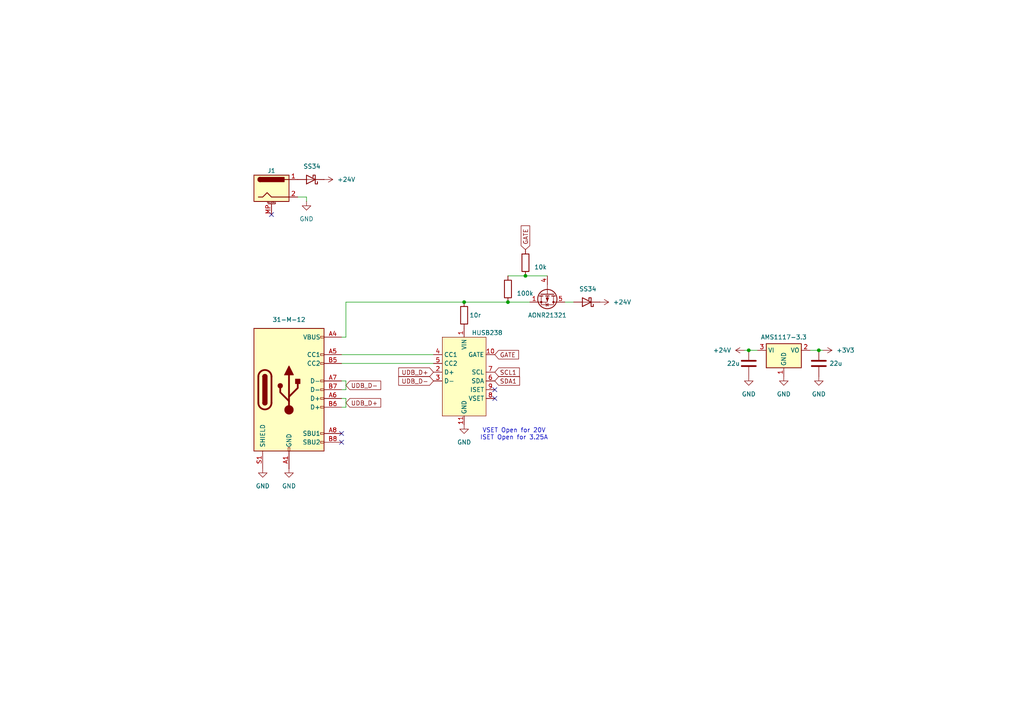
<source format=kicad_sch>
(kicad_sch (version 20231120) (generator "eeschema") (generator_version "8.0")
  (paper "A4")
  (lib_symbols
    (symbol "Connector:Barrel_Jack_MountingPin" (pin_names hide)
      (property "Reference" "J" (at 0 5.334 0))
      (property "Value" "Barrel_Jack_MountingPin" (at 1.27 -6.35 0))
      (symbol "Barrel_Jack_MountingPin_0_1"
        (rectangle (start -5.08 3.81) (end 5.08 -3.81) (stroke (width 0.254)) (fill (type background)))
        (arc (start -3.302 3.175) (mid -3.9343 2.54) (end -3.302 1.905) (stroke (width 0.254)))
        (arc (start -3.302 3.175) (mid -3.9343 2.54) (end -3.302 1.905) (stroke (width 0.254)) (fill (type outline)))
        (polyline (pts (xy 5.08 2.54) (xy 3.81 2.54)) (stroke (width 0.254)))
        (polyline (pts (xy -3.81 -2.54) (xy -2.54 -2.54) (xy -1.27 -1.27) (xy 0 -2.54) (xy 2.54 -2.54) (xy 5.08 -2.54)) (stroke (width 0.254)))
        (rectangle (start 3.683 3.175) (end -3.302 1.905) (stroke (width 0.254)) (fill (type outline)))
      )
      (symbol "Barrel_Jack_MountingPin_1_1"
        (polyline (pts (xy -1.016 -4.572) (xy 1.016 -4.572)) (stroke (width 0.1524)))
        (text "Mounting" (at 0 -4.191 0) (effects (font (size 0.381 0.381))))
        (pin passive line (at 7.62 2.54 180) (length 2.54) (name "~") (number "1"))
        (pin passive line (at 7.62 -2.54 180) (length 2.54) (name "~") (number "2"))
        (pin passive line (at 0 -7.62 90) (length 3.048) (name "MountPin") (number "MP"))
      )
    )
    (symbol "Connector:USB_C_Receptacle_USB2.0_16P" (pin_names (offset 1.016))
      (property "Reference" "J" (at 0 22.225 0))
      (property "Value" "USB_C_Receptacle_USB2.0_16P" (at 0 19.685 0))
      (symbol "USB_C_Receptacle_USB2.0_16P_0_0"
        (rectangle (start -0.254 -17.78) (end 0.254 -16.764))
        (rectangle (start 10.16 -14.986) (end 9.144 -15.494))
        (rectangle (start 10.16 -12.446) (end 9.144 -12.954))
        (rectangle (start 10.16 -4.826) (end 9.144 -5.334))
        (rectangle (start 10.16 -2.286) (end 9.144 -2.794))
        (rectangle (start 10.16 0.254) (end 9.144 -0.254))
        (rectangle (start 10.16 2.794) (end 9.144 2.286))
        (rectangle (start 10.16 7.874) (end 9.144 7.366))
        (rectangle (start 10.16 10.414) (end 9.144 9.906))
        (rectangle (start 10.16 15.494) (end 9.144 14.986))
      )
      (symbol "USB_C_Receptacle_USB2.0_16P_0_1"
        (rectangle (start -10.16 17.78) (end 10.16 -17.78) (stroke (width 0.254)) (fill (type background)))
        (arc (start -8.89 -3.81) (mid -6.985 -5.7067) (end -5.08 -3.81) (stroke (width 0.508)))
        (arc (start -7.62 -3.81) (mid -6.985 -4.4423) (end -6.35 -3.81) (stroke (width 0.254)))
        (arc (start -7.62 -3.81) (mid -6.985 -4.4423) (end -6.35 -3.81) (stroke (width 0.254)) (fill (type outline)))
        (rectangle (start -7.62 -3.81) (end -6.35 3.81) (stroke (width 0.254)) (fill (type outline)))
        (arc (start -6.35 3.81) (mid -6.985 4.4423) (end -7.62 3.81) (stroke (width 0.254)))
        (arc (start -6.35 3.81) (mid -6.985 4.4423) (end -7.62 3.81) (stroke (width 0.254)) (fill (type outline)))
        (arc (start -5.08 3.81) (mid -6.985 5.7067) (end -8.89 3.81) (stroke (width 0.508)))
        (circle (center -2.54 1.143) (radius 0.635) (stroke (width 0.254)) (fill (type outline)))
        (circle (center 0 -5.842) (radius 1.27) (fill (type outline)))
        (polyline (pts (xy -8.89 -3.81) (xy -8.89 3.81)) (stroke (width 0.508)))
        (polyline (pts (xy -5.08 3.81) (xy -5.08 -3.81)) (stroke (width 0.508)))
        (polyline (pts (xy 0 -5.842) (xy 0 4.318)) (stroke (width 0.508)))
        (polyline (pts (xy 0 -3.302) (xy -2.54 -0.762) (xy -2.54 0.508)) (stroke (width 0.508)))
        (polyline (pts (xy 0 -2.032) (xy 2.54 0.508) (xy 2.54 1.778)) (stroke (width 0.508)))
        (polyline (pts (xy -1.27 4.318) (xy 0 6.858) (xy 1.27 4.318) (xy -1.27 4.318)) (stroke (width 0.254)) (fill (type outline)))
        (rectangle (start 1.905 1.778) (end 3.175 3.048) (stroke (width 0.254)) (fill (type outline)))
      )
      (symbol "USB_C_Receptacle_USB2.0_16P_1_1"
        (pin passive line (at 0 -22.86 90) (length 5.08) (name "GND") (number "A1"))
        (pin passive line (at 0 -22.86 90) (length 5.08) hide (name "GND") (number "A12"))
        (pin passive line (at 15.24 15.24 180) (length 5.08) (name "VBUS") (number "A4"))
        (pin bidirectional line (at 15.24 10.16 180) (length 5.08) (name "CC1") (number "A5"))
        (pin bidirectional line (at 15.24 -2.54 180) (length 5.08) (name "D+") (number "A6"))
        (pin bidirectional line (at 15.24 2.54 180) (length 5.08) (name "D-") (number "A7"))
        (pin bidirectional line (at 15.24 -12.7 180) (length 5.08) (name "SBU1") (number "A8"))
        (pin passive line (at 15.24 15.24 180) (length 5.08) hide (name "VBUS") (number "A9"))
        (pin passive line (at 0 -22.86 90) (length 5.08) hide (name "GND") (number "B1"))
        (pin passive line (at 0 -22.86 90) (length 5.08) hide (name "GND") (number "B12"))
        (pin passive line (at 15.24 15.24 180) (length 5.08) hide (name "VBUS") (number "B4"))
        (pin bidirectional line (at 15.24 7.62 180) (length 5.08) (name "CC2") (number "B5"))
        (pin bidirectional line (at 15.24 -5.08 180) (length 5.08) (name "D+") (number "B6"))
        (pin bidirectional line (at 15.24 0 180) (length 5.08) (name "D-") (number "B7"))
        (pin bidirectional line (at 15.24 -15.24 180) (length 5.08) (name "SBU2") (number "B8"))
        (pin passive line (at 15.24 15.24 180) (length 5.08) hide (name "VBUS") (number "B9"))
        (pin passive line (at -7.62 -22.86 90) (length 5.08) (name "SHIELD") (number "S1"))
      )
    )
    (symbol "Device:C" (pin_numbers hide) (pin_names (offset 0.254))
      (property "Reference" "C" (at 0.635 2.54 0))
      (property "Value" "C" (at 0.635 -2.54 0))
      (symbol "C_0_1"
        (polyline (pts (xy -2.032 -0.762) (xy 2.032 -0.762)) (stroke (width 0.508)))
        (polyline (pts (xy -2.032 0.762) (xy 2.032 0.762)) (stroke (width 0.508)))
      )
      (symbol "C_1_1"
        (pin passive line (at 0 3.81 270) (length 2.794) (name "~") (number "1"))
        (pin passive line (at 0 -3.81 90) (length 2.794) (name "~") (number "2"))
      )
    )
    (symbol "Device:D_Schottky" (pin_numbers hide) (pin_names (offset 1.016) hide)
      (property "Reference" "D" (at 0 2.54 0))
      (property "Value" "D_Schottky" (at 0 -2.54 0))
      (symbol "D_Schottky_0_1"
        (polyline (pts (xy 1.27 0) (xy -1.27 0)))
        (polyline (pts (xy 1.27 1.27) (xy 1.27 -1.27) (xy -1.27 0) (xy 1.27 1.27)) (stroke (width 0.254)))
        (polyline (pts (xy -1.905 0.635) (xy -1.905 1.27) (xy -1.27 1.27) (xy -1.27 -1.27) (xy -0.635 -1.27) (xy -0.635 -0.635)) (stroke (width 0.254)))
      )
      (symbol "D_Schottky_1_1"
        (pin passive line (at -3.81 0 0) (length 2.54) (name "K") (number "1"))
        (pin passive line (at 3.81 0 180) (length 2.54) (name "A") (number "2"))
      )
    )
    (symbol "Device:R" (pin_numbers hide) (pin_names (offset 0))
      (property "Reference" "R" (at 2.032 0 90))
      (property "Value" "R" (at 0 0 90))
      (symbol "R_0_1"
        (rectangle (start -1.016 -2.54) (end 1.016 2.54) (stroke (width 0.254)))
      )
      (symbol "R_1_1"
        (pin passive line (at 0 3.81 270) (length 1.27) (name "~") (number "1"))
        (pin passive line (at 0 -3.81 90) (length 1.27) (name "~") (number "2"))
      )
    )
    (symbol "Regulator_Linear:AMS1117-3.3"
      (property "Reference" "U" (at -3.81 3.175 0))
      (property "Value" "AMS1117-3.3" (at 0 3.175 0))
      (symbol "AMS1117-3.3_0_1"
        (rectangle (start -5.08 -5.08) (end 5.08 1.905) (stroke (width 0.254)) (fill (type background)))
      )
      (symbol "AMS1117-3.3_1_1"
        (pin power_in line (at 0 -7.62 90) (length 2.54) (name "GND") (number "1"))
        (pin power_out line (at 7.62 0 180) (length 2.54) (name "VO") (number "2"))
        (pin power_in line (at -7.62 0 0) (length 2.54) (name "VI") (number "3"))
      )
    )
    (symbol "Transistor_FET:AON6411" (pin_names hide)
      (property "Reference" "Q" (at 5.08 1.905 0))
      (property "Value" "AON6411" (at 5.08 0 0))
      (symbol "AON6411_0_1"
        (polyline (pts (xy 0.254 0) (xy -2.54 0)))
        (polyline (pts (xy 0.254 1.905) (xy 0.254 -1.905)) (stroke (width 0.254)))
        (polyline (pts (xy 0.762 -1.27) (xy 0.762 -2.286)) (stroke (width 0.254)))
        (polyline (pts (xy 0.762 0.508) (xy 0.762 -0.508)) (stroke (width 0.254)))
        (polyline (pts (xy 0.762 2.286) (xy 0.762 1.27)) (stroke (width 0.254)))
        (polyline (pts (xy 2.54 2.54) (xy 2.54 1.778)))
        (polyline (pts (xy 2.54 -2.54) (xy 2.54 0) (xy 0.762 0)))
        (polyline (pts (xy 0.762 1.778) (xy 3.302 1.778) (xy 3.302 -1.778) (xy 0.762 -1.778)))
        (polyline (pts (xy 2.286 0) (xy 1.27 0.381) (xy 1.27 -0.381) (xy 2.286 0)) (fill (type outline)))
        (polyline (pts (xy 2.794 -0.508) (xy 2.921 -0.381) (xy 3.683 -0.381) (xy 3.81 -0.254)))
        (polyline (pts (xy 3.302 -0.381) (xy 2.921 0.254) (xy 3.683 0.254) (xy 3.302 -0.381)))
        (circle (center 1.651 0) (radius 2.794) (stroke (width 0.254)))
        (circle (center 2.54 -1.778) (radius 0.254) (fill (type outline)))
        (circle (center 2.54 1.778) (radius 0.254) (fill (type outline)))
      )
      (symbol "AON6411_1_1"
        (pin passive line (at 2.54 -5.08 90) (length 2.54) (name "S") (number "1"))
        (pin passive line (at 2.54 -5.08 90) (length 2.54) hide (name "S") (number "2"))
        (pin passive line (at 2.54 -5.08 90) (length 2.54) hide (name "S") (number "3"))
        (pin input line (at -5.08 0 0) (length 2.54) (name "G") (number "4"))
        (pin passive line (at 2.54 5.08 270) (length 2.54) (name "D") (number "5"))
      )
    )
    (symbol "USB_Controller:HUSB238"
      (property "Reference" "U" (at 3.81 10.16 0))
      (symbol "HUSB238_1_1"
        (rectangle (start -6.35 8.89) (end 6.35 -13.97) (fill (type background)))
        (pin input line (at 0 11.43 270) (length 2.54) (name "VIN") (number "1"))
        (pin input line (at 8.89 3.81 180) (length 2.54) (name "GATE") (number "10"))
        (pin input line (at 0 -16.51 90) (length 2.54) (name "GND") (number "11"))
        (pin input line (at -8.89 -1.27 0) (length 2.54) (name "D+") (number "2"))
        (pin input line (at -8.89 -3.81 0) (length 2.54) (name "D-") (number "3"))
        (pin input line (at -8.89 3.81 0) (length 2.54) (name "CC1") (number "4"))
        (pin input line (at -8.89 1.27 0) (length 2.54) (name "CC2") (number "5"))
        (pin input line (at 8.89 -3.81 180) (length 2.54) (name "SDA") (number "6"))
        (pin input line (at 8.89 -1.27 180) (length 2.54) (name "SCL") (number "7"))
        (pin input line (at 8.89 -8.89 180) (length 2.54) (name "VSET") (number "8"))
        (pin input line (at 8.89 -6.35 180) (length 2.54) (name "ISET") (number "9"))
      )
    )
    (symbol "power:+24V" (power) (pin_numbers hide) (pin_names (offset 0) hide)
      (property "Value" "+24V" (at 0 3.556 0))
      (symbol "+24V_0_1"
        (polyline (pts (xy -0.762 1.27) (xy 0 2.54)))
        (polyline (pts (xy 0 0) (xy 0 2.54)))
        (polyline (pts (xy 0 2.54) (xy 0.762 1.27)))
      )
      (symbol "+24V_1_1"
        (pin power_in line (at 0 0 90) (length 0) (name "~") (number "1"))
      )
    )
    (symbol "power:+3V3" (power) (pin_numbers hide) (pin_names (offset 0) hide)
      (property "Value" "+3V3" (at 0 3.556 0))
      (symbol "+3V3_0_1"
        (polyline (pts (xy -0.762 1.27) (xy 0 2.54)))
        (polyline (pts (xy 0 0) (xy 0 2.54)))
        (polyline (pts (xy 0 2.54) (xy 0.762 1.27)))
      )
      (symbol "+3V3_1_1"
        (pin power_in line (at 0 0 90) (length 0) (name "~") (number "1"))
      )
    )
    (symbol "power:GND" (power) (pin_numbers hide) (pin_names (offset 0) hide)
      (property "Value" "GND" (at 0 -3.81 0))
      (symbol "GND_0_1"
        (polyline (pts (xy 0 0) (xy 0 -1.27) (xy 1.27 -1.27) (xy 0 -2.54) (xy -1.27 -1.27) (xy 0 -1.27)))
      )
      (symbol "GND_1_1"
        (pin power_in line (at 0 0 270) (length 0) (name "~") (number "1"))
      )
    )
  )
  (junction (at 217.17 101.6))
  (junction (at 237.49 101.6))
  (junction (at 134.62 87.63))
  (junction (at 152.4 80.01))
  (junction (at 147.32 87.63))
  (no_connect (at 143.51 115.57))
  (no_connect (at 99.06 125.73))
  (no_connect (at 143.51 113.03))
  (no_connect (at 78.74 62.23))
  (no_connect (at 99.06 128.27))
  (wire (pts (xy 152.4 80.01) (xy 158.75 80.01)))
  (wire (pts (xy 88.9 57.15) (xy 88.9 58.42)))
  (wire (pts (xy 100.33 110.49) (xy 100.33 113.03)))
  (wire (pts (xy 100.33 87.63) (xy 100.33 97.79)))
  (wire (pts (xy 147.32 87.63) (xy 153.67 87.63)))
  (wire (pts (xy 163.83 87.63) (xy 166.37 87.63)))
  (wire (pts (xy 147.32 80.01) (xy 152.4 80.01)))
  (wire (pts (xy 134.62 87.63) (xy 147.32 87.63)))
  (wire (pts (xy 99.06 110.49) (xy 100.33 110.49)))
  (wire (pts (xy 99.06 118.11) (xy 100.33 118.11)))
  (wire (pts (xy 237.49 101.6) (xy 238.76 101.6)))
  (wire (pts (xy 99.06 97.79) (xy 100.33 97.79)))
  (wire (pts (xy 99.06 102.87) (xy 125.73 102.87)))
  (wire (pts (xy 99.06 115.57) (xy 100.33 115.57)))
  (wire (pts (xy 134.62 87.63) (xy 100.33 87.63)))
  (wire (pts (xy 86.36 57.15) (xy 88.9 57.15)))
  (wire (pts (xy 100.33 115.57) (xy 100.33 118.11)))
  (wire (pts (xy 234.95 101.6) (xy 237.49 101.6)))
  (wire (pts (xy 217.17 101.6) (xy 219.71 101.6)))
  (wire (pts (xy 99.06 105.41) (xy 125.73 105.41)))
  (wire (pts (xy 99.06 113.03) (xy 100.33 113.03)))
  (wire (pts (xy 215.9 101.6) (xy 217.17 101.6)))
  (text "VSET Open for 20V\nISET Open for 3.25A" (at 149.098 125.984 0) (effects (font (size 1.27 1.27))))
  (global_label "SDA1" (shape input) (at 143.51 110.49 0) (property "Intersheetrefs" "${INTERSHEET_REFS}" (effects (hide yes))))
  (global_label "UDB_D-" (shape input) (at 100.33 111.76 0) (property "Intersheetrefs" "${INTERSHEET_REFS}" (effects (hide yes))))
  (global_label "UDB_D+" (shape input) (at 100.33 116.84 0) (property "Intersheetrefs" "${INTERSHEET_REFS}" (effects (hide yes))))
  (global_label "UDB_D-" (shape input) (at 125.73 110.49 180) (property "Intersheetrefs" "${INTERSHEET_REFS}" (effects (hide yes))))
  (global_label "SCL1" (shape input) (at 143.51 107.95 0) (property "Intersheetrefs" "${INTERSHEET_REFS}" (effects (hide yes))))
  (global_label "GATE" (shape input) (at 152.4 72.39 90) (property "Intersheetrefs" "${INTERSHEET_REFS}" (effects (hide yes))))
  (global_label "UDB_D+" (shape input) (at 125.73 107.95 180) (property "Intersheetrefs" "${INTERSHEET_REFS}" (effects (hide yes))))
  (global_label "GATE" (shape input) (at 143.51 102.87 0) (property "Intersheetrefs" "${INTERSHEET_REFS}" (effects (hide yes))))
  (symbol (lib_id "power:GND") (at 83.82 135.89 0) (unit 1)
    (property "Reference" "#PWR06" (effects (hide yes)))
    (property "Value" "GND" (at 83.82 140.97 0))
    (property "Description" "Power symbol creates a global label with name \"GND\" , ground" (effects (hide yes)))
  )
  (symbol (lib_id "Transistor_FET:AON6411") (at 158.75 85.09 270) (unit 1)
    (property "Reference" "Q1" (effects (hide yes)))
    (property "Value" "AONR21321" (at 158.75 91.44 90))
    (property "Footprint" "Package_DFN_QFN:AO_DFN-8-1EP_5.55x5.2mm_P1.27mm_EP4.12x4.6mm" (effects (hide yes)))
    (property "Datasheet" "http://www.aosmd.com/res/data_sheets/AON6411.pdf" (effects (hide yes)))
    (property "Description" "-85A Id, -20V Vds, P-Channel MOSFET, DFN-8" (effects (hide yes)))
  )
  (symbol (lib_id "Device:R") (at 134.62 91.44 0) (unit 1)
    (property "Reference" "R3" (effects (hide yes)))
    (property "Value" "10r" (at 136.144 91.44 0) (effects (justify left)))
    (property "Footprint" "Resistor_SMD:R_0402_1005Metric" (effects (hide yes)))
    (property "Description" "Resistor" (effects (hide yes)))
  )
  (symbol (lib_id "Device:R") (at 152.4 76.2 0) (unit 1)
    (property "Reference" "R1" (effects (hide yes)))
    (property "Value" "10k" (at 154.94 77.4699 0) (effects (justify left)))
    (property "Footprint" "Resistor_SMD:R_0402_1005Metric" (effects (hide yes)))
    (property "Description" "Resistor" (effects (hide yes)))
  )
  (symbol (lib_id "power:GND") (at 227.33 109.22 0) (unit 1)
    (property "Reference" "#PWR010" (effects (hide yes)))
    (property "Value" "GND" (at 227.33 114.3 0))
    (property "Description" "Power symbol creates a global label with name \"GND\" , ground" (effects (hide yes)))
  )
  (symbol (lib_id "power:+24V") (at 173.99 87.63 270) (unit 1)
    (property "Reference" "#PWR03" (effects (hide yes)))
    (property "Value" "+24V" (at 177.8 87.6299 90) (effects (justify left)))
    (property "Description" "Power symbol creates a global label with name \"+24V\"" (effects (hide yes)))
  )
  (symbol (lib_id "Device:R") (at 147.32 83.82 0) (unit 1)
    (property "Reference" "R2" (effects (hide yes)))
    (property "Value" "100k" (at 149.86 85.0899 0) (effects (justify left)))
    (property "Footprint" "Resistor_SMD:R_0402_1005Metric" (effects (hide yes)))
    (property "Description" "Resistor" (effects (hide yes)))
  )
  (symbol (lib_id "Device:D_Schottky") (at 170.18 87.63 180) (unit 1)
    (property "Reference" "D2" (effects (hide yes)))
    (property "Value" "SS34" (at 170.4975 83.82 0))
    (property "Footprint" "Diode_SMD:D_SMA" (effects (hide yes)))
    (property "Description" "Schottky diode" (effects (hide yes)))
  )
  (symbol (lib_id "Device:C") (at 237.49 105.41 0) (unit 1)
    (property "Reference" "C2" (effects (hide yes)))
    (property "Value" "22u" (at 240.538 105.41 0) (effects (justify left)))
    (property "Footprint" "Capacitor_SMD:C_0805_2012Metric" (effects (hide yes)))
    (property "Description" "Unpolarized capacitor" (effects (hide yes)))
  )
  (symbol (lib_id "Regulator_Linear:AMS1117-3.3") (at 227.33 101.6 0) (unit 1)
    (property "Reference" "U2" (effects (hide yes)))
    (property "Value" "AMS1117-3.3" (at 227.33 97.79 0))
    (property "Footprint" "Package_TO_SOT_SMD:SOT-223-3_TabPin2" (effects (hide yes)))
    (property "Datasheet" "http://www.advanced-monolithic.com/pdf/ds1117.pdf" (effects (hide yes)))
    (property "Description" "1A Low Dropout regulator, positive, 3.3V fixed output, SOT-223" (effects (hide yes)))
  )
  (symbol (lib_id "power:GND") (at 76.2 135.89 0) (unit 1)
    (property "Reference" "#PWR05" (effects (hide yes)))
    (property "Value" "GND" (at 76.2 140.97 0))
    (property "Description" "Power symbol creates a global label with name \"GND\" , ground" (effects (hide yes)))
  )
  (symbol (lib_id "USB_Controller:HUSB238") (at 134.62 106.68 0) (unit 1)
    (property "Reference" "U1" (effects (hide yes)))
    (property "Value" "HUSB238" (at 136.8141 96.52 0) (effects (justify left)))
    (property "Footprint" "Package_DFN_QFN:DFN-10-1EP_3x3mm_P0.5mm_EP1.7x2.5mm" (effects (hide yes)))
  )
  (symbol (lib_id "power:GND") (at 134.62 123.19 0) (unit 1)
    (property "Reference" "#PWR04" (effects (hide yes)))
    (property "Value" "GND" (at 134.62 128.27 0))
    (property "Description" "Power symbol creates a global label with name \"GND\" , ground" (effects (hide yes)))
  )
  (symbol (lib_id "Connector:USB_C_Receptacle_USB2.0_16P") (at 83.82 113.03 0) (unit 1)
    (property "Reference" "J2" (effects (hide yes)))
    (property "Value" "31-M-12" (at 83.82 92.71 0))
    (property "Footprint" "Connector_USB:USB_C_Receptacle_HRO_TYPE-C-31-M-12" (effects (hide yes)))
    (property "Datasheet" "https://www.usb.org/sites/default/files/documents/usb_type-c.zip" (effects (hide yes)))
    (property "Description" "USB 2.0-only 16P Type-C Receptacle connector" (effects (hide yes)))
  )
  (symbol (lib_id "Connector:Barrel_Jack_MountingPin") (at 78.74 54.61 0) (unit 1)
    (property "Reference" "J1" (at 78.74 49.53 0))
    (property "Value" "Barrel_Jack_MountingPin" (effects (hide yes)))
    (property "Description" "DC Barrel Jack with a mounting pin" (effects (hide yes)))
  )
  (symbol (lib_id "power:GND") (at 237.49 109.22 0) (unit 1)
    (property "Reference" "#PWR011" (effects (hide yes)))
    (property "Value" "GND" (at 237.49 114.3 0))
    (property "Description" "Power symbol creates a global label with name \"GND\" , ground" (effects (hide yes)))
  )
  (symbol (lib_id "power:+24V") (at 215.9 101.6 90) (unit 1)
    (property "Reference" "#PWR07" (effects (hide yes)))
    (property "Value" "+24V" (at 212.09 101.5999 90) (effects (justify left)))
    (property "Description" "Power symbol creates a global label with name \"+24V\"" (effects (hide yes)))
  )
  (symbol (lib_id "power:GND") (at 88.9 58.42 0) (unit 1)
    (property "Reference" "#PWR02" (effects (hide yes)))
    (property "Value" "GND" (at 88.9 63.5 0))
    (property "Description" "Power symbol creates a global label with name \"GND\" , ground" (effects (hide yes)))
  )
  (symbol (lib_id "power:GND") (at 217.17 109.22 0) (unit 1)
    (property "Reference" "#PWR09" (effects (hide yes)))
    (property "Value" "GND" (at 217.17 114.3 0))
    (property "Description" "Power symbol creates a global label with name \"GND\" , ground" (effects (hide yes)))
  )
  (symbol (lib_id "power:+24V") (at 93.98 52.07 270) (unit 1)
    (property "Reference" "#PWR01" (effects (hide yes)))
    (property "Value" "+24V" (at 97.79 52.0699 90) (effects (justify left)))
    (property "Description" "Power symbol creates a global label with name \"+24V\"" (effects (hide yes)))
  )
  (symbol (lib_id "Device:C") (at 217.17 105.41 0) (unit 1)
    (property "Reference" "C1" (effects (hide yes)))
    (property "Value" "22u" (at 210.82 105.41 0) (effects (justify left)))
    (property "Footprint" "Capacitor_SMD:C_0805_2012Metric" (effects (hide yes)))
    (property "Description" "Unpolarized capacitor" (effects (hide yes)))
  )
  (symbol (lib_id "power:+3V3") (at 238.76 101.6 270) (unit 1)
    (property "Reference" "#PWR08" (effects (hide yes)))
    (property "Value" "+3V3" (at 242.57 101.5999 90) (effects (justify left)))
    (property "Description" "Power symbol creates a global label with name \"+3V3\"" (effects (hide yes)))
  )
  (symbol (lib_id "Device:D_Schottky") (at 90.17 52.07 180) (unit 1)
    (property "Reference" "D1" (effects (hide yes)))
    (property "Value" "SS34" (at 90.4875 48.26 0))
    (property "Footprint" "Diode_SMD:D_SMA" (effects (hide yes)))
    (property "Description" "Schottky diode" (effects (hide yes)))
  )
)
</source>
